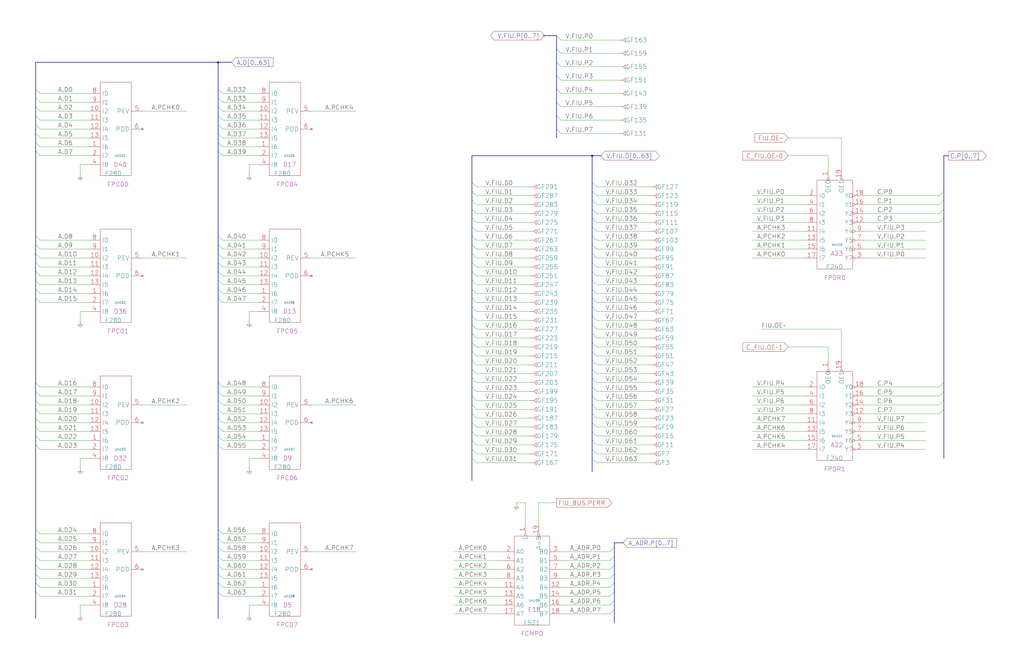
<source format=kicad_sch>
(kicad_sch (version 20250114) (generator "eeschema") (generator_version "9.0")
  (paper "User" 584.2 378.46)
  (title_block (title "FIU DRIVER AND RECEIVER\\nPARITY") (date "22-MAR-90") (rev "1.0") (comment 1 "VALUE") (comment 2 "232-003063") (comment 3 "S400") (comment 4 "RELEASED"))
  (junction (at 337.82 88.9))
  (junction (at 124.46 35.56))
  (no_connect (at 81.28 325.12))
  (no_connect (at 81.28 241.3))
  (no_connect (at 177.8 157.48))
  (no_connect (at 81.28 157.48))
  (no_connect (at 177.8 241.3))
  (no_connect (at 177.8 73.66))
  (no_connect (at 177.8 325.12))
  (no_connect (at 81.28 73.66))
  (bus_entry (at 124.46 160.02) (size 2.54 2.54))
  (bus_entry (at 20.32 71.12) (size 2.54 2.54))
  (bus_entry (at 337.82 231.14) (size 2.54 2.54))
  (bus_entry (at 337.82 175.26) (size 2.54 2.54))
  (bus_entry (at 350.52 327.66) (size -2.54 2.54))
  (bus_entry (at 20.32 154.94) (size 2.54 2.54))
  (bus_entry (at 124.46 218.44) (size 2.54 2.54))
  (bus_entry (at 337.82 109.22) (size 2.54 2.54))
  (bus_entry (at 20.32 327.66) (size 2.54 2.54))
  (bus_entry (at 317.5 58.42) (size 2.54 2.54))
  (bus_entry (at 317.5 27.94) (size 2.54 2.54))
  (bus_entry (at 20.32 254) (size 2.54 2.54))
  (bus_entry (at 124.46 76.2) (size 2.54 2.54))
  (bus_entry (at 350.52 332.74) (size -2.54 2.54))
  (bus_entry (at 337.82 170.18) (size 2.54 2.54))
  (bus_entry (at 124.46 228.6) (size 2.54 2.54))
  (bus_entry (at 20.32 223.52) (size 2.54 2.54))
  (bus_entry (at 124.46 170.18) (size 2.54 2.54))
  (bus_entry (at 337.82 114.3) (size 2.54 2.54))
  (bus_entry (at 269.24 256.54) (size 2.54 2.54))
  (bus_entry (at 269.24 195.58) (size 2.54 2.54))
  (bus_entry (at 269.24 215.9) (size 2.54 2.54))
  (bus_entry (at 124.46 81.28) (size 2.54 2.54))
  (bus_entry (at 20.32 322.58) (size 2.54 2.54))
  (bus_entry (at 337.82 236.22) (size 2.54 2.54))
  (bus_entry (at 269.24 104.14) (size 2.54 2.54))
  (bus_entry (at 350.52 317.5) (size -2.54 2.54))
  (bus_entry (at 20.32 337.82) (size 2.54 2.54))
  (bus_entry (at 20.32 228.6) (size 2.54 2.54))
  (bus_entry (at 20.32 144.78) (size 2.54 2.54))
  (bus_entry (at 124.46 154.94) (size 2.54 2.54))
  (bus_entry (at 20.32 238.76) (size 2.54 2.54))
  (bus_entry (at 269.24 190.5) (size 2.54 2.54))
  (bus_entry (at 337.82 190.5) (size 2.54 2.54))
  (bus_entry (at 124.46 243.84) (size 2.54 2.54))
  (bus_entry (at 20.32 50.8) (size 2.54 2.54))
  (bus_entry (at 124.46 223.52) (size 2.54 2.54))
  (bus_entry (at 124.46 233.68) (size 2.54 2.54))
  (bus_entry (at 337.82 154.94) (size 2.54 2.54))
  (bus_entry (at 124.46 332.74) (size 2.54 2.54))
  (bus_entry (at 20.32 218.44) (size 2.54 2.54))
  (bus_entry (at 337.82 251.46) (size 2.54 2.54))
  (bus_entry (at 20.32 248.92) (size 2.54 2.54))
  (bus_entry (at 20.32 317.5) (size 2.54 2.54))
  (bus_entry (at 269.24 124.46) (size 2.54 2.54))
  (bus_entry (at 124.46 307.34) (size 2.54 2.54))
  (bus_entry (at 124.46 144.78) (size 2.54 2.54))
  (bus_entry (at 124.46 254) (size 2.54 2.54))
  (bus_entry (at 124.46 302.26) (size 2.54 2.54))
  (bus_entry (at 337.82 261.62) (size 2.54 2.54))
  (bus_entry (at 269.24 185.42) (size 2.54 2.54))
  (bus_entry (at 124.46 312.42) (size 2.54 2.54))
  (bus_entry (at 538.48 119.38) (size -2.54 2.54))
  (bus_entry (at 337.82 124.46) (size 2.54 2.54))
  (bus_entry (at 337.82 119.38) (size 2.54 2.54))
  (bus_entry (at 269.24 154.94) (size 2.54 2.54))
  (bus_entry (at 269.24 241.3) (size 2.54 2.54))
  (bus_entry (at 124.46 60.96) (size 2.54 2.54))
  (bus_entry (at 337.82 129.54) (size 2.54 2.54))
  (bus_entry (at 124.46 165.1) (size 2.54 2.54))
  (bus_entry (at 20.32 160.02) (size 2.54 2.54))
  (bus_entry (at 269.24 114.3) (size 2.54 2.54))
  (bus_entry (at 20.32 243.84) (size 2.54 2.54))
  (bus_entry (at 124.46 337.82) (size 2.54 2.54))
  (bus_entry (at 20.32 170.18) (size 2.54 2.54))
  (bus_entry (at 269.24 119.38) (size 2.54 2.54))
  (bus_entry (at 337.82 144.78) (size 2.54 2.54))
  (bus_entry (at 538.48 218.44) (size -2.54 2.54))
  (bus_entry (at 317.5 35.56) (size 2.54 2.54))
  (bus_entry (at 269.24 200.66) (size 2.54 2.54))
  (bus_entry (at 20.32 332.74) (size 2.54 2.54))
  (bus_entry (at 538.48 233.68) (size -2.54 2.54))
  (bus_entry (at 124.46 238.76) (size 2.54 2.54))
  (bus_entry (at 337.82 246.38) (size 2.54 2.54))
  (bus_entry (at 350.52 312.42) (size -2.54 2.54))
  (bus_entry (at 269.24 144.78) (size 2.54 2.54))
  (bus_entry (at 350.52 342.9) (size -2.54 2.54))
  (bus_entry (at 124.46 322.58) (size 2.54 2.54))
  (bus_entry (at 269.24 210.82) (size 2.54 2.54))
  (bus_entry (at 20.32 139.7) (size 2.54 2.54))
  (bus_entry (at 337.82 180.34) (size 2.54 2.54))
  (bus_entry (at 269.24 129.54) (size 2.54 2.54))
  (bus_entry (at 269.24 149.86) (size 2.54 2.54))
  (bus_entry (at 20.32 81.28) (size 2.54 2.54))
  (bus_entry (at 350.52 347.98) (size -2.54 2.54))
  (bus_entry (at 337.82 134.62) (size 2.54 2.54))
  (bus_entry (at 269.24 180.34) (size 2.54 2.54))
  (bus_entry (at 337.82 205.74) (size 2.54 2.54))
  (bus_entry (at 337.82 226.06) (size 2.54 2.54))
  (bus_entry (at 124.46 50.8) (size 2.54 2.54))
  (bus_entry (at 20.32 134.62) (size 2.54 2.54))
  (bus_entry (at 20.32 165.1) (size 2.54 2.54))
  (bus_entry (at 20.32 60.96) (size 2.54 2.54))
  (bus_entry (at 269.24 261.62) (size 2.54 2.54))
  (bus_entry (at 20.32 233.68) (size 2.54 2.54))
  (bus_entry (at 124.46 139.7) (size 2.54 2.54))
  (bus_entry (at 538.48 114.3) (size -2.54 2.54))
  (bus_entry (at 269.24 160.02) (size 2.54 2.54))
  (bus_entry (at 20.32 307.34) (size 2.54 2.54))
  (bus_entry (at 337.82 215.9) (size 2.54 2.54))
  (bus_entry (at 269.24 236.22) (size 2.54 2.54))
  (bus_entry (at 124.46 248.92) (size 2.54 2.54))
  (bus_entry (at 317.5 50.8) (size 2.54 2.54))
  (bus_entry (at 124.46 327.66) (size 2.54 2.54))
  (bus_entry (at 269.24 231.14) (size 2.54 2.54))
  (bus_entry (at 269.24 175.26) (size 2.54 2.54))
  (bus_entry (at 538.48 109.22) (size -2.54 2.54))
  (bus_entry (at 124.46 71.12) (size 2.54 2.54))
  (bus_entry (at 20.32 312.42) (size 2.54 2.54))
  (bus_entry (at 337.82 210.82) (size 2.54 2.54))
  (bus_entry (at 317.5 73.66) (size 2.54 2.54))
  (bus_entry (at 269.24 246.38) (size 2.54 2.54))
  (bus_entry (at 269.24 205.74) (size 2.54 2.54))
  (bus_entry (at 337.82 165.1) (size 2.54 2.54))
  (bus_entry (at 350.52 322.58) (size -2.54 2.54))
  (bus_entry (at 20.32 86.36) (size 2.54 2.54))
  (bus_entry (at 337.82 149.86) (size 2.54 2.54))
  (bus_entry (at 269.24 226.06) (size 2.54 2.54))
  (bus_entry (at 124.46 86.36) (size 2.54 2.54))
  (bus_entry (at 317.5 43.18) (size 2.54 2.54))
  (bus_entry (at 538.48 228.6) (size -2.54 2.54))
  (bus_entry (at 20.32 302.26) (size 2.54 2.54))
  (bus_entry (at 124.46 149.86) (size 2.54 2.54))
  (bus_entry (at 20.32 66.04) (size 2.54 2.54))
  (bus_entry (at 337.82 104.14) (size 2.54 2.54))
  (bus_entry (at 20.32 55.88) (size 2.54 2.54))
  (bus_entry (at 269.24 251.46) (size 2.54 2.54))
  (bus_entry (at 350.52 337.82) (size -2.54 2.54))
  (bus_entry (at 337.82 195.58) (size 2.54 2.54))
  (bus_entry (at 20.32 149.86) (size 2.54 2.54))
  (bus_entry (at 269.24 109.22) (size 2.54 2.54))
  (bus_entry (at 269.24 165.1) (size 2.54 2.54))
  (bus_entry (at 317.5 20.32) (size 2.54 2.54))
  (bus_entry (at 269.24 139.7) (size 2.54 2.54))
  (bus_entry (at 337.82 220.98) (size 2.54 2.54))
  (bus_entry (at 124.46 66.04) (size 2.54 2.54))
  (bus_entry (at 124.46 55.88) (size 2.54 2.54))
  (bus_entry (at 538.48 223.52) (size -2.54 2.54))
  (bus_entry (at 269.24 134.62) (size 2.54 2.54))
  (bus_entry (at 337.82 256.54) (size 2.54 2.54))
  (bus_entry (at 124.46 317.5) (size 2.54 2.54))
  (bus_entry (at 337.82 139.7) (size 2.54 2.54))
  (bus_entry (at 337.82 185.42) (size 2.54 2.54))
  (bus_entry (at 269.24 220.98) (size 2.54 2.54))
  (bus_entry (at 538.48 124.46) (size -2.54 2.54))
  (bus_entry (at 337.82 241.3) (size 2.54 2.54))
  (bus_entry (at 124.46 134.62) (size 2.54 2.54))
  (bus_entry (at 317.5 66.04) (size 2.54 2.54))
  (bus_entry (at 337.82 200.66) (size 2.54 2.54))
  (bus_entry (at 269.24 170.18) (size 2.54 2.54))
  (bus_entry (at 337.82 160.02) (size 2.54 2.54))
  (bus_entry (at 20.32 76.2) (size 2.54 2.54))
  (wire (pts (xy 340.36 254) (xy 370.84 254)))
  (wire (pts (xy 259.08 325.12) (xy 287.02 325.12)))
  (wire (pts (xy 340.36 137.16) (xy 370.84 137.16)))
  (bus (pts (xy 337.82 246.38) (xy 337.82 251.46)))
  (bus (pts (xy 337.82 236.22) (xy 337.82 241.3)))
  (bus (pts (xy 337.82 241.3) (xy 337.82 246.38)))
  (bus (pts (xy 124.46 149.86) (xy 124.46 154.94)))
  (bus (pts (xy 20.32 71.12) (xy 20.32 76.2)))
  (wire (pts (xy 147.32 261.62) (xy 142.24 261.62)))
  (wire (pts (xy 142.24 93.98) (xy 142.24 99.06)))
  (bus (pts (xy 20.32 50.8) (xy 20.32 55.88)))
  (wire (pts (xy 271.78 254) (xy 302.26 254)))
  (wire (pts (xy 271.78 208.28) (xy 302.26 208.28)))
  (bus (pts (xy 337.82 160.02) (xy 337.82 165.1)))
  (bus (pts (xy 124.46 160.02) (xy 124.46 165.1)))
  (bus (pts (xy 337.82 109.22) (xy 337.82 114.3)))
  (wire (pts (xy 429.26 241.3) (xy 459.74 241.3)))
  (bus (pts (xy 124.46 233.68) (xy 124.46 238.76)))
  (bus (pts (xy 124.46 66.04) (xy 124.46 71.12)))
  (wire (pts (xy 271.78 162.56) (xy 302.26 162.56)))
  (wire (pts (xy 271.78 193.04) (xy 302.26 193.04)))
  (wire (pts (xy 22.86 137.16) (xy 50.8 137.16)))
  (bus (pts (xy 337.82 88.9) (xy 337.82 104.14)))
  (bus (pts (xy 20.32 317.5) (xy 20.32 322.58)))
  (wire (pts (xy 492.76 246.38) (xy 528.32 246.38)))
  (wire (pts (xy 259.08 314.96) (xy 287.02 314.96)))
  (bus (pts (xy 124.46 71.12) (xy 124.46 76.2)))
  (wire (pts (xy 22.86 256.54) (xy 50.8 256.54)))
  (wire (pts (xy 340.36 152.4) (xy 370.84 152.4)))
  (bus (pts (xy 124.46 139.7) (xy 124.46 144.78)))
  (wire (pts (xy 340.36 193.04) (xy 370.84 193.04)))
  (bus (pts (xy 269.24 175.26) (xy 269.24 180.34)))
  (wire (pts (xy 22.86 53.34) (xy 50.8 53.34)))
  (wire (pts (xy 320.04 22.86) (xy 353.06 22.86)))
  (bus (pts (xy 269.24 154.94) (xy 269.24 160.02)))
  (bus (pts (xy 317.5 35.56) (xy 317.5 43.18)))
  (bus (pts (xy 269.24 231.14) (xy 269.24 236.22)))
  (wire (pts (xy 449.58 78.74) (xy 480.06 78.74)))
  (bus (pts (xy 337.82 144.78) (xy 337.82 149.86)))
  (bus (pts (xy 538.48 119.38) (xy 538.48 124.46)))
  (bus (pts (xy 269.24 134.62) (xy 269.24 139.7)))
  (bus (pts (xy 269.24 220.98) (xy 269.24 226.06)))
  (wire (pts (xy 340.36 228.6) (xy 370.84 228.6)))
  (bus (pts (xy 337.82 129.54) (xy 337.82 134.62)))
  (wire (pts (xy 22.86 152.4) (xy 50.8 152.4)))
  (wire (pts (xy 429.26 127) (xy 459.74 127)))
  (wire (pts (xy 22.86 241.3) (xy 50.8 241.3)))
  (bus (pts (xy 337.82 165.1) (xy 337.82 170.18)))
  (bus (pts (xy 350.52 327.66) (xy 350.52 332.74)))
  (wire (pts (xy 259.08 340.36) (xy 287.02 340.36)))
  (wire (pts (xy 492.76 127) (xy 535.94 127)))
  (wire (pts (xy 127 314.96) (xy 147.32 314.96)))
  (wire (pts (xy 177.8 314.96) (xy 203.2 314.96)))
  (bus (pts (xy 350.52 337.82) (xy 350.52 342.9)))
  (bus (pts (xy 124.46 154.94) (xy 124.46 160.02)))
  (wire (pts (xy 271.78 157.48) (xy 302.26 157.48)))
  (bus (pts (xy 20.32 81.28) (xy 20.32 86.36)))
  (bus (pts (xy 124.46 317.5) (xy 124.46 322.58)))
  (bus (pts (xy 337.82 124.46) (xy 337.82 129.54)))
  (bus (pts (xy 124.46 35.56) (xy 132.08 35.56)))
  (bus (pts (xy 124.46 134.62) (xy 124.46 139.7)))
  (bus (pts (xy 20.32 165.1) (xy 20.32 170.18)))
  (wire (pts (xy 127 73.66) (xy 147.32 73.66)))
  (wire (pts (xy 492.76 251.46) (xy 528.32 251.46)))
  (wire (pts (xy 259.08 345.44) (xy 287.02 345.44)))
  (bus (pts (xy 124.46 170.18) (xy 124.46 218.44)))
  (wire (pts (xy 340.36 259.08) (xy 370.84 259.08)))
  (wire (pts (xy 449.58 198.12) (xy 472.44 198.12)))
  (bus (pts (xy 269.24 144.78) (xy 269.24 149.86)))
  (bus (pts (xy 20.32 218.44) (xy 20.32 223.52)))
  (bus (pts (xy 269.24 160.02) (xy 269.24 165.1)))
  (bus (pts (xy 350.52 332.74) (xy 350.52 337.82)))
  (bus (pts (xy 124.46 302.26) (xy 124.46 307.34)))
  (wire (pts (xy 81.28 63.5) (xy 106.68 63.5)))
  (wire (pts (xy 340.36 142.24) (xy 370.84 142.24)))
  (wire (pts (xy 259.08 350.52) (xy 287.02 350.52)))
  (bus (pts (xy 337.82 139.7) (xy 337.82 144.78)))
  (bus (pts (xy 538.48 228.6) (xy 538.48 233.68)))
  (wire (pts (xy 271.78 177.8) (xy 302.26 177.8)))
  (wire (pts (xy 449.58 88.9) (xy 472.44 88.9)))
  (wire (pts (xy 127 340.36) (xy 147.32 340.36)))
  (wire (pts (xy 127 330.2) (xy 147.32 330.2)))
  (wire (pts (xy 127 88.9) (xy 147.32 88.9)))
  (bus (pts (xy 124.46 218.44) (xy 124.46 223.52)))
  (wire (pts (xy 259.08 320.04) (xy 287.02 320.04)))
  (bus (pts (xy 20.32 332.74) (xy 20.32 337.82)))
  (wire (pts (xy 340.36 264.16) (xy 370.84 264.16)))
  (bus (pts (xy 337.82 119.38) (xy 337.82 124.46)))
  (bus (pts (xy 269.24 180.34) (xy 269.24 185.42)))
  (wire (pts (xy 429.26 121.92) (xy 459.74 121.92)))
  (bus (pts (xy 20.32 302.26) (xy 20.32 307.34)))
  (wire (pts (xy 50.8 345.44) (xy 45.72 345.44)))
  (bus (pts (xy 269.24 261.62) (xy 269.24 274.32)))
  (wire (pts (xy 127 58.42) (xy 147.32 58.42)))
  (bus (pts (xy 269.24 226.06) (xy 269.24 231.14)))
  (wire (pts (xy 271.78 111.76) (xy 302.26 111.76)))
  (bus (pts (xy 337.82 185.42) (xy 337.82 190.5)))
  (bus (pts (xy 538.48 109.22) (xy 538.48 114.3)))
  (bus (pts (xy 124.46 322.58) (xy 124.46 327.66)))
  (wire (pts (xy 320.04 45.72) (xy 353.06 45.72)))
  (bus (pts (xy 20.32 55.88) (xy 20.32 60.96)))
  (wire (pts (xy 271.78 198.12) (xy 302.26 198.12)))
  (bus (pts (xy 20.32 307.34) (xy 20.32 312.42)))
  (wire (pts (xy 271.78 228.6) (xy 302.26 228.6)))
  (wire (pts (xy 50.8 93.98) (xy 45.72 93.98)))
  (bus (pts (xy 350.52 322.58) (xy 350.52 327.66)))
  (wire (pts (xy 22.86 314.96) (xy 50.8 314.96)))
  (wire (pts (xy 22.86 142.24) (xy 50.8 142.24)))
  (wire (pts (xy 271.78 203.2) (xy 302.26 203.2)))
  (wire (pts (xy 320.04 340.36) (xy 347.98 340.36)))
  (wire (pts (xy 22.86 147.32) (xy 50.8 147.32)))
  (wire (pts (xy 429.26 147.32) (xy 459.74 147.32)))
  (bus (pts (xy 269.24 104.14) (xy 269.24 109.22)))
  (wire (pts (xy 127 320.04) (xy 147.32 320.04)))
  (wire (pts (xy 429.26 226.06) (xy 459.74 226.06)))
  (bus (pts (xy 269.24 119.38) (xy 269.24 124.46)))
  (wire (pts (xy 320.04 68.58) (xy 353.06 68.58)))
  (bus (pts (xy 20.32 254) (xy 20.32 302.26)))
  (bus (pts (xy 124.46 238.76) (xy 124.46 243.84)))
  (wire (pts (xy 127 83.82) (xy 147.32 83.82)))
  (bus (pts (xy 20.32 327.66) (xy 20.32 332.74)))
  (bus (pts (xy 350.52 309.88) (xy 355.6 309.88)))
  (wire (pts (xy 492.76 231.14) (xy 535.94 231.14)))
  (wire (pts (xy 259.08 330.2) (xy 287.02 330.2)))
  (bus (pts (xy 20.32 233.68) (xy 20.32 238.76)))
  (wire (pts (xy 320.04 38.1) (xy 353.06 38.1)))
  (wire (pts (xy 127 172.72) (xy 147.32 172.72)))
  (bus (pts (xy 337.82 114.3) (xy 337.82 119.38)))
  (bus (pts (xy 269.24 139.7) (xy 269.24 144.78)))
  (bus (pts (xy 269.24 124.46) (xy 269.24 129.54)))
  (wire (pts (xy 22.86 73.66) (xy 50.8 73.66)))
  (bus (pts (xy 337.82 195.58) (xy 337.82 200.66)))
  (bus (pts (xy 20.32 170.18) (xy 20.32 218.44)))
  (bus (pts (xy 337.82 256.54) (xy 337.82 261.62)))
  (bus (pts (xy 538.48 218.44) (xy 538.48 223.52)))
  (wire (pts (xy 492.76 132.08) (xy 528.32 132.08)))
  (wire (pts (xy 429.26 111.76) (xy 459.74 111.76)))
  (bus (pts (xy 350.52 312.42) (xy 350.52 317.5)))
  (wire (pts (xy 480.06 187.96) (xy 480.06 205.74)))
  (bus (pts (xy 538.48 233.68) (xy 538.48 261.62)))
  (bus (pts (xy 337.82 210.82) (xy 337.82 215.9)))
  (wire (pts (xy 492.76 121.92) (xy 535.94 121.92)))
  (wire (pts (xy 480.06 78.74) (xy 480.06 96.52)))
  (wire (pts (xy 317.5 287.02) (xy 307.34 287.02)))
  (wire (pts (xy 320.04 330.2) (xy 347.98 330.2)))
  (bus (pts (xy 269.24 114.3) (xy 269.24 119.38)))
  (wire (pts (xy 429.26 137.16) (xy 459.74 137.16)))
  (wire (pts (xy 22.86 236.22) (xy 50.8 236.22)))
  (wire (pts (xy 22.86 88.9) (xy 50.8 88.9)))
  (wire (pts (xy 320.04 60.96) (xy 353.06 60.96)))
  (wire (pts (xy 22.86 58.42) (xy 50.8 58.42)))
  (bus (pts (xy 317.5 27.94) (xy 317.5 35.56)))
  (wire (pts (xy 320.04 30.48) (xy 353.06 30.48)))
  (wire (pts (xy 127 152.4) (xy 147.32 152.4)))
  (bus (pts (xy 269.24 251.46) (xy 269.24 256.54)))
  (wire (pts (xy 22.86 304.8) (xy 50.8 304.8)))
  (bus (pts (xy 20.32 337.82) (xy 20.32 353.06)))
  (bus (pts (xy 350.52 309.88) (xy 350.52 312.42)))
  (wire (pts (xy 271.78 223.52) (xy 302.26 223.52)))
  (wire (pts (xy 142.24 261.62) (xy 142.24 266.7)))
  (bus (pts (xy 317.5 43.18) (xy 317.5 50.8)))
  (bus (pts (xy 20.32 139.7) (xy 20.32 144.78)))
  (wire (pts (xy 320.04 53.34) (xy 353.06 53.34)))
  (bus (pts (xy 337.82 149.86) (xy 337.82 154.94)))
  (wire (pts (xy 271.78 213.36) (xy 302.26 213.36)))
  (wire (pts (xy 22.86 335.28) (xy 50.8 335.28)))
  (wire (pts (xy 22.86 325.12) (xy 50.8 325.12)))
  (wire (pts (xy 127 335.28) (xy 147.32 335.28)))
  (bus (pts (xy 337.82 200.66) (xy 337.82 205.74)))
  (bus (pts (xy 317.5 58.42) (xy 317.5 66.04)))
  (wire (pts (xy 22.86 320.04) (xy 50.8 320.04)))
  (bus (pts (xy 20.32 86.36) (xy 20.32 134.62)))
  (wire (pts (xy 127 53.34) (xy 147.32 53.34)))
  (wire (pts (xy 340.36 198.12) (xy 370.84 198.12)))
  (wire (pts (xy 492.76 236.22) (xy 535.94 236.22)))
  (wire (pts (xy 492.76 256.54) (xy 528.32 256.54)))
  (bus (pts (xy 317.5 20.32) (xy 317.5 27.94)))
  (wire (pts (xy 45.72 345.44) (xy 45.72 350.52)))
  (wire (pts (xy 127 246.38) (xy 147.32 246.38)))
  (bus (pts (xy 337.82 226.06) (xy 337.82 231.14)))
  (wire (pts (xy 492.76 147.32) (xy 528.32 147.32)))
  (wire (pts (xy 271.78 238.76) (xy 302.26 238.76)))
  (wire (pts (xy 22.86 63.5) (xy 50.8 63.5)))
  (wire (pts (xy 271.78 116.84) (xy 302.26 116.84)))
  (wire (pts (xy 22.86 157.48) (xy 50.8 157.48)))
  (wire (pts (xy 340.36 243.84) (xy 370.84 243.84)))
  (bus (pts (xy 269.24 210.82) (xy 269.24 215.9)))
  (bus (pts (xy 337.82 215.9) (xy 337.82 220.98)))
  (wire (pts (xy 340.36 177.8) (xy 370.84 177.8)))
  (bus (pts (xy 124.46 228.6) (xy 124.46 233.68)))
  (bus (pts (xy 269.24 129.54) (xy 269.24 134.62)))
  (wire (pts (xy 177.8 231.14) (xy 203.2 231.14)))
  (wire (pts (xy 127 162.56) (xy 147.32 162.56)))
  (bus (pts (xy 269.24 241.3) (xy 269.24 246.38)))
  (wire (pts (xy 492.76 137.16) (xy 528.32 137.16)))
  (bus (pts (xy 20.32 238.76) (xy 20.32 243.84)))
  (bus (pts (xy 124.46 165.1) (xy 124.46 170.18)))
  (bus (pts (xy 269.24 88.9) (xy 269.24 104.14)))
  (wire (pts (xy 492.76 226.06) (xy 535.94 226.06)))
  (bus (pts (xy 269.24 236.22) (xy 269.24 241.3)))
  (bus (pts (xy 124.46 76.2) (xy 124.46 81.28)))
  (wire (pts (xy 429.26 246.38) (xy 459.74 246.38)))
  (wire (pts (xy 271.78 243.84) (xy 302.26 243.84)))
  (wire (pts (xy 22.86 231.14) (xy 50.8 231.14)))
  (wire (pts (xy 127 231.14) (xy 147.32 231.14)))
  (wire (pts (xy 142.24 345.44) (xy 142.24 350.52)))
  (bus (pts (xy 337.82 134.62) (xy 337.82 139.7)))
  (wire (pts (xy 127 241.3) (xy 147.32 241.3)))
  (wire (pts (xy 492.76 111.76) (xy 535.94 111.76)))
  (wire (pts (xy 320.04 345.44) (xy 347.98 345.44)))
  (bus (pts (xy 20.32 160.02) (xy 20.32 165.1)))
  (bus (pts (xy 309.88 20.32) (xy 317.5 20.32)))
  (bus (pts (xy 124.46 337.82) (xy 124.46 353.06)))
  (wire (pts (xy 271.78 187.96) (xy 302.26 187.96)))
  (bus (pts (xy 337.82 190.5) (xy 337.82 195.58)))
  (wire (pts (xy 271.78 182.88) (xy 302.26 182.88)))
  (wire (pts (xy 271.78 132.08) (xy 302.26 132.08)))
  (wire (pts (xy 147.32 345.44) (xy 142.24 345.44)))
  (bus (pts (xy 124.46 144.78) (xy 124.46 149.86)))
  (wire (pts (xy 340.36 132.08) (xy 370.84 132.08)))
  (wire (pts (xy 271.78 248.92) (xy 302.26 248.92)))
  (bus (pts (xy 20.32 322.58) (xy 20.32 327.66)))
  (bus (pts (xy 124.46 223.52) (xy 124.46 228.6)))
  (wire (pts (xy 22.86 330.2) (xy 50.8 330.2)))
  (wire (pts (xy 127 142.24) (xy 147.32 142.24)))
  (bus (pts (xy 350.52 317.5) (xy 350.52 322.58)))
  (wire (pts (xy 340.36 157.48) (xy 370.84 157.48)))
  (wire (pts (xy 22.86 83.82) (xy 50.8 83.82)))
  (wire (pts (xy 340.36 223.52) (xy 370.84 223.52)))
  (wire (pts (xy 127 256.54) (xy 147.32 256.54)))
  (bus (pts (xy 20.32 154.94) (xy 20.32 160.02)))
  (wire (pts (xy 340.36 187.96) (xy 370.84 187.96)))
  (wire (pts (xy 177.8 63.5) (xy 203.2 63.5)))
  (wire (pts (xy 22.86 251.46) (xy 50.8 251.46)))
  (bus (pts (xy 269.24 165.1) (xy 269.24 170.18)))
  (wire (pts (xy 271.78 137.16) (xy 302.26 137.16)))
  (wire (pts (xy 320.04 314.96) (xy 347.98 314.96)))
  (wire (pts (xy 340.36 182.88) (xy 370.84 182.88)))
  (wire (pts (xy 81.28 147.32) (xy 106.68 147.32)))
  (wire (pts (xy 429.26 256.54) (xy 459.74 256.54)))
  (wire (pts (xy 81.28 314.96) (xy 106.68 314.96)))
  (wire (pts (xy 127 68.58) (xy 147.32 68.58)))
  (wire (pts (xy 22.86 226.06) (xy 50.8 226.06)))
  (wire (pts (xy 22.86 162.56) (xy 50.8 162.56)))
  (wire (pts (xy 50.8 177.8) (xy 45.72 177.8)))
  (wire (pts (xy 340.36 238.76) (xy 370.84 238.76)))
  (wire (pts (xy 127 78.74) (xy 147.32 78.74)))
  (wire (pts (xy 472.44 198.12) (xy 472.44 205.74)))
  (wire (pts (xy 22.86 78.74) (xy 50.8 78.74)))
  (wire (pts (xy 127 63.5) (xy 147.32 63.5)))
  (bus (pts (xy 124.46 248.92) (xy 124.46 254)))
  (wire (pts (xy 320.04 320.04) (xy 347.98 320.04)))
  (bus (pts (xy 337.82 205.74) (xy 337.82 210.82)))
  (wire (pts (xy 22.86 68.58) (xy 50.8 68.58)))
  (wire (pts (xy 127 304.8) (xy 147.32 304.8)))
  (wire (pts (xy 299.72 287.02) (xy 299.72 299.72)))
  (wire (pts (xy 492.76 220.98) (xy 535.94 220.98)))
  (wire (pts (xy 127 236.22) (xy 147.32 236.22)))
  (wire (pts (xy 22.86 172.72) (xy 50.8 172.72)))
  (wire (pts (xy 50.8 261.62) (xy 45.72 261.62)))
  (bus (pts (xy 124.46 55.88) (xy 124.46 60.96)))
  (wire (pts (xy 340.36 172.72) (xy 370.84 172.72)))
  (wire (pts (xy 307.34 287.02) (xy 307.34 299.72)))
  (wire (pts (xy 340.36 218.44) (xy 370.84 218.44)))
  (wire (pts (xy 127 226.06) (xy 147.32 226.06)))
  (wire (pts (xy 45.72 177.8) (xy 45.72 182.88)))
  (bus (pts (xy 337.82 104.14) (xy 337.82 109.22)))
  (bus (pts (xy 337.82 154.94) (xy 337.82 160.02)))
  (bus (pts (xy 20.32 60.96) (xy 20.32 66.04)))
  (wire (pts (xy 340.36 116.84) (xy 370.84 116.84)))
  (wire (pts (xy 81.28 231.14) (xy 106.68 231.14)))
  (wire (pts (xy 271.78 147.32) (xy 302.26 147.32)))
  (bus (pts (xy 317.5 50.8) (xy 317.5 58.42)))
  (bus (pts (xy 317.5 73.66) (xy 317.5 78.74)))
  (wire (pts (xy 127 309.88) (xy 147.32 309.88)))
  (wire (pts (xy 127 147.32) (xy 147.32 147.32)))
  (bus (pts (xy 337.82 220.98) (xy 337.82 226.06)))
  (wire (pts (xy 22.86 246.38) (xy 50.8 246.38)))
  (wire (pts (xy 320.04 325.12) (xy 347.98 325.12)))
  (wire (pts (xy 340.36 213.36) (xy 370.84 213.36)))
  (bus (pts (xy 337.82 175.26) (xy 337.82 180.34)))
  (wire (pts (xy 429.26 116.84) (xy 459.74 116.84)))
  (bus (pts (xy 124.46 86.36) (xy 124.46 134.62)))
  (wire (pts (xy 320.04 76.2) (xy 353.06 76.2)))
  (bus (pts (xy 20.32 228.6) (xy 20.32 233.68)))
  (bus (pts (xy 124.46 332.74) (xy 124.46 337.82)))
  (wire (pts (xy 259.08 335.28) (xy 287.02 335.28)))
  (wire (pts (xy 340.36 208.28) (xy 370.84 208.28)))
  (wire (pts (xy 340.36 121.92) (xy 370.84 121.92)))
  (bus (pts (xy 124.46 81.28) (xy 124.46 86.36)))
  (wire (pts (xy 429.26 142.24) (xy 459.74 142.24)))
  (bus (pts (xy 337.82 231.14) (xy 337.82 236.22)))
  (wire (pts (xy 492.76 116.84) (xy 535.94 116.84)))
  (wire (pts (xy 271.78 142.24) (xy 302.26 142.24)))
  (bus (pts (xy 124.46 50.8) (xy 124.46 55.88)))
  (bus (pts (xy 350.52 347.98) (xy 350.52 355.6)))
  (bus (pts (xy 538.48 114.3) (xy 538.48 119.38)))
  (bus (pts (xy 337.82 261.62) (xy 337.82 269.24)))
  (wire (pts (xy 127 167.64) (xy 147.32 167.64)))
  (bus (pts (xy 538.48 88.9) (xy 538.48 109.22)))
  (wire (pts (xy 271.78 264.16) (xy 302.26 264.16)))
  (bus (pts (xy 269.24 185.42) (xy 269.24 190.5)))
  (wire (pts (xy 340.36 106.68) (xy 370.84 106.68)))
  (bus (pts (xy 269.24 170.18) (xy 269.24 175.26)))
  (bus (pts (xy 317.5 66.04) (xy 317.5 73.66)))
  (bus (pts (xy 538.48 124.46) (xy 538.48 218.44)))
  (bus (pts (xy 20.32 66.04) (xy 20.32 71.12)))
  (bus (pts (xy 20.32 134.62) (xy 20.32 139.7)))
  (bus (pts (xy 337.82 88.9) (xy 342.9 88.9)))
  (wire (pts (xy 45.72 93.98) (xy 45.72 99.06)))
  (wire (pts (xy 320.04 335.28) (xy 347.98 335.28)))
  (wire (pts (xy 271.78 218.44) (xy 302.26 218.44)))
  (bus (pts (xy 124.46 312.42) (xy 124.46 317.5)))
  (wire (pts (xy 472.44 88.9) (xy 472.44 96.52)))
  (wire (pts (xy 22.86 167.64) (xy 50.8 167.64)))
  (wire (pts (xy 127 137.16) (xy 147.32 137.16)))
  (bus (pts (xy 269.24 149.86) (xy 269.24 154.94)))
  (wire (pts (xy 147.32 177.8) (xy 142.24 177.8)))
  (wire (pts (xy 22.86 340.36) (xy 50.8 340.36)))
  (wire (pts (xy 271.78 172.72) (xy 302.26 172.72)))
  (wire (pts (xy 127 251.46) (xy 147.32 251.46)))
  (bus (pts (xy 269.24 88.9) (xy 337.82 88.9)))
  (wire (pts (xy 271.78 152.4) (xy 302.26 152.4)))
  (wire (pts (xy 271.78 233.68) (xy 302.26 233.68)))
  (wire (pts (xy 127 325.12) (xy 147.32 325.12)))
  (bus (pts (xy 337.82 180.34) (xy 337.82 185.42)))
  (bus (pts (xy 337.82 170.18) (xy 337.82 175.26)))
  (bus (pts (xy 269.24 190.5) (xy 269.24 195.58)))
  (wire (pts (xy 340.36 233.68) (xy 370.84 233.68)))
  (wire (pts (xy 434.34 187.96) (xy 480.06 187.96)))
  (bus (pts (xy 269.24 200.66) (xy 269.24 205.74)))
  (bus (pts (xy 538.48 88.9) (xy 541.02 88.9)))
  (bus (pts (xy 124.46 35.56) (xy 124.46 50.8)))
  (wire (pts (xy 142.24 177.8) (xy 142.24 182.88)))
  (wire (pts (xy 271.78 167.64) (xy 302.26 167.64)))
  (wire (pts (xy 429.26 132.08) (xy 459.74 132.08)))
  (wire (pts (xy 340.36 127) (xy 370.84 127)))
  (bus (pts (xy 269.24 215.9) (xy 269.24 220.98)))
  (bus (pts (xy 124.46 60.96) (xy 124.46 66.04)))
  (bus (pts (xy 350.52 342.9) (xy 350.52 347.98)))
  (wire (pts (xy 177.8 147.32) (xy 203.2 147.32)))
  (bus (pts (xy 20.32 149.86) (xy 20.32 154.94)))
  (wire (pts (xy 127 220.98) (xy 147.32 220.98)))
  (wire (pts (xy 147.32 93.98) (xy 142.24 93.98)))
  (wire (pts (xy 320.04 350.52) (xy 347.98 350.52)))
  (bus (pts (xy 20.32 35.56) (xy 20.32 50.8)))
  (wire (pts (xy 340.36 167.64) (xy 370.84 167.64)))
  (bus (pts (xy 269.24 205.74) (xy 269.24 210.82)))
  (wire (pts (xy 492.76 142.24) (xy 528.32 142.24)))
  (wire (pts (xy 340.36 147.32) (xy 370.84 147.32)))
  (wire (pts (xy 429.26 251.46) (xy 459.74 251.46)))
  (bus (pts (xy 269.24 256.54) (xy 269.24 261.62)))
  (bus (pts (xy 20.32 243.84) (xy 20.32 248.92)))
  (wire (pts (xy 429.26 236.22) (xy 459.74 236.22)))
  (wire (pts (xy 271.78 259.08) (xy 302.26 259.08)))
  (bus (pts (xy 124.46 243.84) (xy 124.46 248.92)))
  (wire (pts (xy 340.36 248.92) (xy 370.84 248.92)))
  (wire (pts (xy 271.78 106.68) (xy 302.26 106.68)))
  (wire (pts (xy 271.78 127) (xy 302.26 127)))
  (wire (pts (xy 271.78 121.92) (xy 302.26 121.92)))
  (bus (pts (xy 124.46 254) (xy 124.46 302.26)))
  (wire (pts (xy 340.36 203.2) (xy 370.84 203.2)))
  (wire (pts (xy 429.26 231.14) (xy 459.74 231.14)))
  (bus (pts (xy 269.24 195.58) (xy 269.24 200.66)))
  (bus (pts (xy 20.32 223.52) (xy 20.32 228.6)))
  (bus (pts (xy 124.46 327.66) (xy 124.46 332.74)))
  (bus (pts (xy 20.32 76.2) (xy 20.32 81.28)))
  (wire (pts (xy 340.36 162.56) (xy 370.84 162.56)))
  (bus (pts (xy 20.32 35.56) (xy 124.46 35.56)))
  (wire (pts (xy 492.76 241.3) (xy 528.32 241.3)))
  (bus (pts (xy 20.32 312.42) (xy 20.32 317.5)))
  (bus (pts (xy 337.82 251.46) (xy 337.82 256.54)))
  (wire (pts (xy 127 157.48) (xy 147.32 157.48)))
  (wire (pts (xy 294.64 287.02) (xy 299.72 287.02)))
  (wire (pts (xy 22.86 220.98) (xy 50.8 220.98)))
  (bus (pts (xy 124.46 307.34) (xy 124.46 312.42)))
  (bus (pts (xy 269.24 109.22) (xy 269.24 114.3)))
  (wire (pts (xy 340.36 111.76) (xy 370.84 111.76)))
  (wire (pts (xy 22.86 309.88) (xy 50.8 309.88)))
  (wire (pts (xy 45.72 261.62) (xy 45.72 266.7)))
  (bus (pts (xy 20.32 248.92) (xy 20.32 254)))
  (bus (pts (xy 20.32 144.78) (xy 20.32 149.86)))
  (bus (pts (xy 269.24 246.38) (xy 269.24 251.46)))
  (bus (pts (xy 538.48 223.52) (xy 538.48 228.6)))
  (wire (pts (xy 429.26 220.98) (xy 459.74 220.98)))
  (label "A.PCHK3" (at 431.8 132.08 0) (effects (font (size 2.54 2.54))))
  (label "V.FIU.D16" (at 276.86 187.96 0) (effects (font (size 2.54 2.54))))
  (label "V.FIU.D51" (at 345.44 203.2 0) (effects (font (size 2.54 2.54))))
  (label "A.D14" (at 33.02 167.64 0) (effects (font (size 2.54 2.54))))
  (label "A.D20" (at 33.02 241.3 0) (effects (font (size 2.54 2.54))))
  (label "A_ADR.P1" (at 325.12 320.04 0) (effects (font (size 2.54 2.54))))
  (label "A.PCHK3" (at 86.36 314.96 0) (effects (font (size 2.54 2.54))))
  (label "V.FIU.D33" (at 345.44 111.76 0) (effects (font (size 2.54 2.54))))
  (label "V.FIU.P4" (at 322.58 53.34 0) (effects (font (size 2.54 2.54))))
  (label "A.D50" (at 129.54 231.14 0) (effects (font (size 2.54 2.54))))
  (label "A_ADR.P0" (at 325.12 314.96 0) (effects (font (size 2.54 2.54))))
  (label "A.D24" (at 33.02 304.8 0) (effects (font (size 2.54 2.54))))
  (label "V.FIU.P0" (at 500.38 147.32 0) (effects (font (size 2.54 2.54))))
  (label "V.FIU.D53" (at 345.44 213.36 0) (effects (font (size 2.54 2.54))))
  (label "V.FIU.P0" (at 322.58 22.86 0) (effects (font (size 2.54 2.54))))
  (label "A.PCHK5" (at 182.88 147.32 0) (effects (font (size 2.54 2.54))))
  (label "V.FIU.D57" (at 345.44 233.68 0) (effects (font (size 2.54 2.54))))
  (label "V.FIU.D13" (at 276.86 172.72 0) (effects (font (size 2.54 2.54))))
  (label "A.D6" (at 33.02 83.82 0) (effects (font (size 2.54 2.54))))
  (label "C.P7" (at 500.38 236.22 0) (effects (font (size 2.54 2.54))))
  (label "A.D42" (at 129.54 147.32 0) (effects (font (size 2.54 2.54))))
  (label "V.FIU.D40" (at 345.44 147.32 0) (effects (font (size 2.54 2.54))))
  (label "V.FIU.D1" (at 276.86 111.76 0) (effects (font (size 2.54 2.54))))
  (label "A.D1" (at 33.02 58.42 0) (effects (font (size 2.54 2.54))))
  (label "V.FIU.D21" (at 276.86 213.36 0) (effects (font (size 2.54 2.54))))
  (label "V.FIU.D55" (at 345.44 223.52 0) (effects (font (size 2.54 2.54))))
  (label "A.D12" (at 33.02 157.48 0) (effects (font (size 2.54 2.54))))
  (label "A.D39" (at 129.54 88.9 0) (effects (font (size 2.54 2.54))))
  (label "V.FIU.D0" (at 276.86 106.68 0) (effects (font (size 2.54 2.54))))
  (label "A.D34" (at 129.54 63.5 0) (effects (font (size 2.54 2.54))))
  (label "A.D16" (at 33.02 220.98 0) (effects (font (size 2.54 2.54))))
  (label "A.PCHK1" (at 431.8 142.24 0) (effects (font (size 2.54 2.54))))
  (label "V.FIU.P2" (at 500.38 137.16 0) (effects (font (size 2.54 2.54))))
  (label "V.FIU.D29" (at 276.86 254 0) (effects (font (size 2.54 2.54))))
  (label "A.D23" (at 33.02 256.54 0) (effects (font (size 2.54 2.54))))
  (label "V.FIU.D34" (at 345.44 116.84 0) (effects (font (size 2.54 2.54))))
  (label "A.D60" (at 129.54 325.12 0) (effects (font (size 2.54 2.54))))
  (label "V.FIU.D9" (at 276.86 152.4 0) (effects (font (size 2.54 2.54))))
  (label "A.D10" (at 33.02 147.32 0) (effects (font (size 2.54 2.54))))
  (label "V.FIU.D24" (at 276.86 228.6 0) (effects (font (size 2.54 2.54))))
  (label "V.FIU.D60" (at 345.44 248.92 0) (effects (font (size 2.54 2.54))))
  (label "A.D51" (at 129.54 236.22 0) (effects (font (size 2.54 2.54))))
  (label "V.FIU.D6" (at 276.86 137.16 0) (effects (font (size 2.54 2.54))))
  (label "V.FIU.D39" (at 345.44 142.24 0) (effects (font (size 2.54 2.54))))
  (label "A.D18" (at 33.02 231.14 0) (effects (font (size 2.54 2.54))))
  (label "A.PCHK5" (at 431.8 251.46 0) (effects (font (size 2.54 2.54))))
  (label "V.FIU.D37" (at 345.44 132.08 0) (effects (font (size 2.54 2.54))))
  (label "V.FIU.D2" (at 276.86 116.84 0) (effects (font (size 2.54 2.54))))
  (label "A.D48" (at 129.54 220.98 0) (effects (font (size 2.54 2.54))))
  (label "V.FIU.P1" (at 322.58 30.48 0) (effects (font (size 2.54 2.54))))
  (label "V.FIU.D25" (at 276.86 233.68 0) (effects (font (size 2.54 2.54))))
  (label "C.P6" (at 500.38 231.14 0) (effects (font (size 2.54 2.54))))
  (label "A.D3" (at 33.02 68.58 0) (effects (font (size 2.54 2.54))))
  (label "V.FIU.D52" (at 345.44 208.28 0) (effects (font (size 2.54 2.54))))
  (label "C.P4" (at 500.38 220.98 0) (effects (font (size 2.54 2.54))))
  (label "V.FIU.D35" (at 345.44 121.92 0) (effects (font (size 2.54 2.54))))
  (label "V.FIU.D14" (at 276.86 177.8 0) (effects (font (size 2.54 2.54))))
  (label "A.D0" (at 33.02 53.34 0) (effects (font (size 2.54 2.54))))
  (label "V.FIU.D20" (at 276.86 208.28 0) (effects (font (size 2.54 2.54))))
  (label "A_ADR.P5" (at 325.12 340.36 0) (effects (font (size 2.54 2.54))))
  (label "A.D19" (at 33.02 236.22 0) (effects (font (size 2.54 2.54))))
  (label "V.FIU.D32" (at 345.44 106.68 0) (effects (font (size 2.54 2.54))))
  (label "A.PCHK5" (at 261.62 340.36 0) (effects (font (size 2.54 2.54))))
  (label "V.FIU.D28" (at 276.86 248.92 0) (effects (font (size 2.54 2.54))))
  (label "A.D53" (at 129.54 246.38 0) (effects (font (size 2.54 2.54))))
  (label "A.PCHK3" (at 261.62 330.2 0) (effects (font (size 2.54 2.54))))
  (label "V.FIU.P3" (at 431.8 127 0) (effects (font (size 2.54 2.54))))
  (label "V.FIU.D5" (at 276.86 132.08 0) (effects (font (size 2.54 2.54))))
  (label "A.D41" (at 129.54 142.24 0) (effects (font (size 2.54 2.54))))
  (label "A.D54" (at 129.54 251.46 0) (effects (font (size 2.54 2.54))))
  (label "V.FIU.P3" (at 322.58 45.72 0) (effects (font (size 2.54 2.54))))
  (label "V.FIU.D15" (at 276.86 182.88 0) (effects (font (size 2.54 2.54))))
  (label "V.FIU.D10" (at 276.86 157.48 0) (effects (font (size 2.54 2.54))))
  (label "V.FIU.D41" (at 345.44 152.4 0) (effects (font (size 2.54 2.54))))
  (label "V.FIU.D56" (at 345.44 228.6 0) (effects (font (size 2.54 2.54))))
  (label "V.FIU.D7" (at 276.86 142.24 0) (effects (font (size 2.54 2.54))))
  (label "A.D58" (at 129.54 314.96 0) (effects (font (size 2.54 2.54))))
  (label "V.FIU.D17" (at 276.86 193.04 0) (effects (font (size 2.54 2.54))))
  (label "A.D40" (at 129.54 137.16 0) (effects (font (size 2.54 2.54))))
  (label "V.FIU.D54" (at 345.44 218.44 0) (effects (font (size 2.54 2.54))))
  (label "V.FIU.P5" (at 431.8 226.06 0) (effects (font (size 2.54 2.54))))
  (label "A.PCHK7" (at 185.42 314.96 0) (effects (font (size 2.54 2.54))))
  (label "C.P1" (at 500.38 116.84 0) (effects (font (size 2.54 2.54))))
  (label "V.FIU.D63" (at 345.44 264.16 0) (effects (font (size 2.54 2.54))))
  (label "A.D9" (at 33.02 142.24 0) (effects (font (size 2.54 2.54))))
  (label "A.PCHK1" (at 261.62 320.04 0) (effects (font (size 2.54 2.54))))
  (label "A.D32" (at 129.54 53.34 0) (effects (font (size 2.54 2.54))))
  (label "A.D33" (at 129.54 58.42 0) (effects (font (size 2.54 2.54))))
  (label "V.FIU.P2" (at 431.8 121.92 0) (effects (font (size 2.54 2.54))))
  (label "C.P2" (at 500.38 121.92 0) (effects (font (size 2.54 2.54))))
  (label "V.FIU.D44" (at 345.44 167.64 0) (effects (font (size 2.54 2.54))))
  (label "V.FIU.P1" (at 500.38 142.24 0) (effects (font (size 2.54 2.54))))
  (label "V.FIU.P7" (at 500.38 241.3 0) (effects (font (size 2.54 2.54))))
  (label "V.FIU.D59" (at 345.44 243.84 0) (effects (font (size 2.54 2.54))))
  (label "A.D61" (at 129.54 330.2 0) (effects (font (size 2.54 2.54))))
  (label "V.FIU.P7" (at 431.8 236.22 0) (effects (font (size 2.54 2.54))))
  (label "V.FIU.D22" (at 276.86 218.44 0) (effects (font (size 2.54 2.54))))
  (label "V.FIU.D42" (at 345.44 157.48 0) (effects (font (size 2.54 2.54))))
  (label "V.FIU.P6" (at 500.38 246.38 0) (effects (font (size 2.54 2.54))))
  (label "A.PCHK7" (at 431.8 241.3 0) (effects (font (size 2.54 2.54))))
  (label "V.FIU.D47" (at 345.44 182.88 0) (effects (font (size 2.54 2.54))))
  (label "A.D25" (at 33.02 309.88 0) (effects (font (size 2.54 2.54))))
  (label "V.FIU.D61" (at 345.44 254 0) (effects (font (size 2.54 2.54))))
  (label "A.PCHK2" (at 86.36 231.14 0) (effects (font (size 2.54 2.54))))
  (label "V.FIU.D18" (at 276.86 198.12 0) (effects (font (size 2.54 2.54))))
  (label "V.FIU.D23" (at 276.86 223.52 0) (effects (font (size 2.54 2.54))))
  (label "A.PCHK0" (at 86.36 63.5 0) (effects (font (size 2.54 2.54))))
  (label "A.D29" (at 33.02 330.2 0) (effects (font (size 2.54 2.54))))
  (label "V.FIU.P2" (at 322.58 38.1 0) (effects (font (size 2.54 2.54))))
  (label "V.FIU.D19" (at 276.86 203.2 0) (effects (font (size 2.54 2.54))))
  (label "A.PCHK6" (at 431.8 246.38 0) (effects (font (size 2.54 2.54))))
  (label "V.FIU.D4" (at 276.86 127 0) (effects (font (size 2.54 2.54))))
  (label "A.D46" (at 129.54 167.64 0) (effects (font (size 2.54 2.54))))
  (label "V.FIU.D50" (at 345.44 198.12 0) (effects (font (size 2.54 2.54))))
  (label "A.D36" (at 129.54 73.66 0) (effects (font (size 2.54 2.54))))
  (label "A.D31" (at 33.02 340.36 0) (effects (font (size 2.54 2.54))))
  (label "A.D13" (at 33.02 162.56 0) (effects (font (size 2.54 2.54))))
  (label "A.D27" (at 33.02 320.04 0) (effects (font (size 2.54 2.54))))
  (label "A.D11" (at 33.02 152.4 0) (effects (font (size 2.54 2.54))))
  (label "V.FIU.D8" (at 276.86 147.32 0) (effects (font (size 2.54 2.54))))
  (label "V.FIU.D43" (at 345.44 162.56 0) (effects (font (size 2.54 2.54))))
  (label "A.D28" (at 33.02 325.12 0) (effects (font (size 2.54 2.54))))
  (label "V.FIU.P6" (at 322.58 68.58 0) (effects (font (size 2.54 2.54))))
  (label "A.D26" (at 33.02 314.96 0) (effects (font (size 2.54 2.54))))
  (label "A.D56" (at 129.54 304.8 0) (effects (font (size 2.54 2.54))))
  (label "V.FIU.D12" (at 276.86 167.64 0) (effects (font (size 2.54 2.54))))
  (label "V.FIU.P6" (at 431.8 231.14 0) (effects (font (size 2.54 2.54))))
  (label "C.P0" (at 500.38 111.76 0) (effects (font (size 2.54 2.54))))
  (label "A.D21" (at 33.02 246.38 0) (effects (font (size 2.54 2.54))))
  (label "A.PCHK4" (at 185.42 63.5 0) (effects (font (size 2.54 2.54))))
  (label "A.D30" (at 33.02 335.28 0) (effects (font (size 2.54 2.54))))
  (label "A_ADR.P4" (at 325.12 335.28 0) (effects (font (size 2.54 2.54))))
  (label "V.FIU.P3" (at 500.38 132.08 0) (effects (font (size 2.54 2.54))))
  (label "V.FIU.D30" (at 276.86 259.08 0) (effects (font (size 2.54 2.54))))
  (label "FIU.OE~" (at 434.34 187.96 0) (effects (font (size 2.54 2.54))))
  (label "A.PCHK4" (at 261.62 335.28 0) (effects (font (size 2.54 2.54))))
  (label "V.FIU.P5" (at 322.58 60.96 0) (effects (font (size 2.54 2.54))))
  (label "A.PCHK7" (at 261.62 350.52 0) (effects (font (size 2.54 2.54))))
  (label "A.D59" (at 129.54 320.04 0) (effects (font (size 2.54 2.54))))
  (label "A.PCHK4" (at 431.8 256.54 0) (effects (font (size 2.54 2.54))))
  (label "A.D63" (at 129.54 340.36 0) (effects (font (size 2.54 2.54))))
  (label "A.D22" (at 33.02 251.46 0) (effects (font (size 2.54 2.54))))
  (label "A.PCHK6" (at 185.42 231.14 0) (effects (font (size 2.54 2.54))))
  (label "V.FIU.P5" (at 500.38 251.46 0) (effects (font (size 2.54 2.54))))
  (label "A.D4" (at 33.02 73.66 0) (effects (font (size 2.54 2.54))))
  (label "A.D35" (at 129.54 68.58 0) (effects (font (size 2.54 2.54))))
  (label "V.FIU.D26" (at 276.86 238.76 0) (effects (font (size 2.54 2.54))))
  (label "A.D8" (at 33.02 137.16 0) (effects (font (size 2.54 2.54))))
  (label "A_ADR.P3" (at 325.12 330.2 0) (effects (font (size 2.54 2.54))))
  (label "A.D45" (at 129.54 162.56 0) (effects (font (size 2.54 2.54))))
  (label "V.FIU.P1" (at 431.8 116.84 0) (effects (font (size 2.54 2.54))))
  (label "A.D44" (at 129.54 157.48 0) (effects (font (size 2.54 2.54))))
  (label "A.PCHK1" (at 86.36 147.32 0) (effects (font (size 2.54 2.54))))
  (label "V.FIU.D36" (at 345.44 127 0) (effects (font (size 2.54 2.54))))
  (label "A.PCHK2" (at 431.8 137.16 0) (effects (font (size 2.54 2.54))))
  (label "V.FIU.D11" (at 276.86 162.56 0) (effects (font (size 2.54 2.54))))
  (label "A.D43" (at 129.54 152.4 0) (effects (font (size 2.54 2.54))))
  (label "V.FIU.D62" (at 345.44 259.08 0) (effects (font (size 2.54 2.54))))
  (label "A.D57" (at 129.54 309.88 0) (effects (font (size 2.54 2.54))))
  (label "A.PCHK2" (at 261.62 325.12 0) (effects (font (size 2.54 2.54))))
  (label "V.FIU.P0" (at 431.8 111.76 0) (effects (font (size 2.54 2.54))))
  (label "A.D15" (at 33.02 172.72 0) (effects (font (size 2.54 2.54))))
  (label "A.D17" (at 33.02 226.06 0) (effects (font (size 2.54 2.54))))
  (label "A.PCHK0" (at 431.8 147.32 0) (effects (font (size 2.54 2.54))))
  (label "A.D2" (at 33.02 63.5 0) (effects (font (size 2.54 2.54))))
  (label "A.PCHK6" (at 261.62 345.44 0) (effects (font (size 2.54 2.54))))
  (label "V.FIU.P7" (at 322.58 76.2 0) (effects (font (size 2.54 2.54))))
  (label "A.D49" (at 129.54 226.06 0) (effects (font (size 2.54 2.54))))
  (label "A.D7" (at 33.02 88.9 0) (effects (font (size 2.54 2.54))))
  (label "C.P3" (at 500.38 127 0) (effects (font (size 2.54 2.54))))
  (label "V.FIU.D49" (at 345.44 193.04 0) (effects (font (size 2.54 2.54))))
  (label "A_ADR.P2" (at 325.12 325.12 0) (effects (font (size 2.54 2.54))))
  (label "A.D52" (at 129.54 241.3 0) (effects (font (size 2.54 2.54))))
  (label "A.D62" (at 129.54 335.28 0) (effects (font (size 2.54 2.54))))
  (label "V.FIU.D27" (at 276.86 243.84 0) (effects (font (size 2.54 2.54))))
  (label "V.FIU.P4" (at 431.8 220.98 0) (effects (font (size 2.54 2.54))))
  (label "A.D5" (at 33.02 78.74 0) (effects (font (size 2.54 2.54))))
  (label "V.FIU.P4" (at 500.38 256.54 0) (effects (font (size 2.54 2.54))))
  (label "V.FIU.D38" (at 345.44 137.16 0) (effects (font (size 2.54 2.54))))
  (label "V.FIU.D31" (at 276.86 264.16 0) (effects (font (size 2.54 2.54))))
  (label "A.D38" (at 129.54 83.82 0) (effects (font (size 2.54 2.54))))
  (label "A_ADR.P6" (at 325.12 345.44 0) (effects (font (size 2.54 2.54))))
  (label "V.FIU.D3" (at 276.86 121.92 0) (effects (font (size 2.54 2.54))))
  (label "V.FIU.D58" (at 345.44 238.76 0) (effects (font (size 2.54 2.54))))
  (label "V.FIU.D48" (at 345.44 187.96 0) (effects (font (size 2.54 2.54))))
  (label "C.P5" (at 500.38 226.06 0) (effects (font (size 2.54 2.54))))
  (label "A.D47" (at 129.54 172.72 0) (effects (font (size 2.54 2.54))))
  (label "V.FIU.D45" (at 345.44 172.72 0) (effects (font (size 2.54 2.54))))
  (label "A.D37" (at 129.54 78.74 0) (effects (font (size 2.54 2.54))))
  (label "V.FIU.D46" (at 345.44 177.8 0) (effects (font (size 2.54 2.54))))
  (label "A.D55" (at 129.54 256.54 0) (effects (font (size 2.54 2.54))))
  (label "A_ADR.P7" (at 325.12 350.52 0) (effects (font (size 2.54 2.54))))
  (label "A.PCHK0" (at 261.62 314.96 0) (effects (font (size 2.54 2.54))))
  (global_label "V.FIU.D[0..63]" (shape bidirectional) (at 342.9 88.9 0) (effects (font (size 2.54 2.54))) (property "Intersheetrefs" "${INTERSHEET_REFS}" (at 373.9727 88.7413 0) (effects (font (size 1.905 1.905)) (justify left))))
  (global_label "C.P[0..7]" (shape output) (at 541.02 88.9 0) (effects (font (size 2.54 2.54))) (property "Intersheetrefs" "${INTERSHEET_REFS}" (at 562.7793 88.7413 0) (effects (font (size 1.905 1.905)) (justify left))))
  (global_label "FIU.OE~" (shape input) (at 449.58 78.74 180) (effects (font (size 2.54 2.54))) (property "Intersheetrefs" "${INTERSHEET_REFS}" (at 430.7235 78.5813 0) (effects (font (size 1.905 1.905)) (justify right))))
  (global_label "A_ADR.P[0..7]" (shape input) (at 355.5069 309.88 0) (effects (font (size 2.54 2.54))) (property "Intersheetrefs" "${INTERSHEET_REFS}" (at 386.0958 309.7213 0) (effects (font (size 1.905 1.905)) (justify left))))
  (global_label "C_FIU.OE~1" (shape input) (at 449.58 198.12 180) (effects (font (size 2.54 2.54))) (property "Intersheetrefs" "${INTERSHEET_REFS}" (at 423.8292 197.9613 0) (effects (font (size 1.905 1.905)) (justify right))))
  (global_label "C_FIU.OE~0" (shape input) (at 449.58 88.9 180) (effects (font (size 2.54 2.54))) (property "Intersheetrefs" "${INTERSHEET_REFS}" (at 423.8292 88.7413 0) (effects (font (size 1.905 1.905)) (justify right))))
  (global_label "V.FIU.P[0..7]" (shape bidirectional) (at 310.6513 20.32 180) (effects (font (size 2.54 2.54))) (property "Intersheetrefs" "${INTERSHEET_REFS}" (at 281.9977 20.1613 0) (effects (font (size 1.905 1.905)) (justify right))))
  (global_label "FIU_BUS.PERR" (shape output) (at 317.5 287.02 0) (effects (font (size 2.54 2.54))) (property "Intersheetrefs" "${INTERSHEET_REFS}" (at 349.0565 286.8613 0) (effects (font (size 1.905 1.905)) (justify left))))
  (global_label "A.D[0..63]" (shape input) (at 132.08 35.56 0) (effects (font (size 2.54 2.54))) (property "Intersheetrefs" "${INTERSHEET_REFS}" (at 155.8955 35.4013 0) (effects (font (size 1.905 1.905)) (justify left))))
  (symbol (lib_id "r1000:F521") (at 302.26 347.98 0) (unit 1)
    (property "Reference" "U4109" (at 304.8 342.9 0))
    (property "Value" "F521" (at 298.45 355.6 0) (effects (font (size 2.54 2.54)) (justify left)))
    (property "Location" "E18" (at 300.99 347.98 0) (effects (font (size 2.54 2.54)) (justify left)))
    (property "Name" "FCMP0" (at 303.53 363.22 0) (effects (font (size 2.54 2.54)) (justify bottom)))
  )
  (symbol (lib_id "r1000:GF") (at 370.84 213.36 0) (unit 1)
    (property "Reference" "GF43" (at 374.65 213.36 0) (effects (font (size 2.54 2.54)) (justify left)))
    (property "Value" "GF" (effects (hide yes)))
  )
  (symbol (lib_id "r1000:GF") (at 370.84 137.16 0) (unit 1)
    (property "Reference" "GF103" (at 374.65 137.16 0) (effects (font (size 2.54 2.54)) (justify left)))
    (property "Value" "GF" (effects (hide yes)))
  )
  (symbol (lib_id "r1000:GF") (at 353.06 60.96 0) (unit 1)
    (property "Reference" "GF139" (at 356.87 60.96 0) (effects (font (size 2.54 2.54)) (justify left)))
    (property "Value" "GF" (effects (hide yes)))
  )
  (symbol (lib_id "r1000:GF") (at 370.84 187.96 0) (unit 1)
    (property "Reference" "GF63" (at 374.65 187.96 0) (effects (font (size 2.54 2.54)) (justify left)))
    (property "Value" "GF" (effects (hide yes)))
  )
  (symbol (lib_id "r1000:PD") (at 45.72 350.52 0) (unit 1) (in_bom no)
    (property "Reference" "#PWR04104" (effects (hide yes)))
    (property "Value" "PD" (effects (hide yes)))
  )
  (symbol (lib_id "r1000:GF") (at 302.26 177.8 0) (unit 1)
    (property "Reference" "GF235" (at 306.07 177.8 0) (effects (font (size 2.54 2.54)) (justify left)))
    (property "Value" "GF" (effects (hide yes)))
  )
  (symbol (lib_id "r1000:GF") (at 370.84 243.84 0) (unit 1)
    (property "Reference" "GF19" (at 374.65 243.84 0) (effects (font (size 2.54 2.54)) (justify left)))
    (property "Value" "GF" (effects (hide yes)))
  )
  (symbol (lib_id "r1000:GF") (at 353.06 30.48 0) (unit 1)
    (property "Reference" "GF159" (at 356.87 30.48 0) (effects (font (size 2.54 2.54)) (justify left)))
    (property "Value" "GF" (effects (hide yes)))
  )
  (symbol (lib_id "r1000:F280") (at 66.04 261.62 0) (unit 1)
    (property "Reference" "U4103" (at 68.58 256.54 0))
    (property "Value" "F280" (at 59.69 266.7 0) (effects (font (size 2.54 2.54)) (justify left)))
    (property "Location" "D32" (at 64.77 261.62 0) (effects (font (size 2.54 2.54)) (justify left)))
    (property "Name" "FPC02" (at 67.31 274.32 0) (effects (font (size 2.54 2.54)) (justify bottom)))
  )
  (symbol (lib_id "r1000:GF") (at 370.84 167.64 0) (unit 1)
    (property "Reference" "GF79" (at 374.65 167.64 0) (effects (font (size 2.54 2.54)) (justify left)))
    (property "Value" "GF" (effects (hide yes)))
  )
  (symbol (lib_id "r1000:GF") (at 302.26 172.72 0) (unit 1)
    (property "Reference" "GF239" (at 306.07 172.72 0) (effects (font (size 2.54 2.54)) (justify left)))
    (property "Value" "GF" (effects (hide yes)))
  )
  (symbol (lib_id "r1000:GF") (at 370.84 132.08 0) (unit 1)
    (property "Reference" "GF107" (at 374.65 132.08 0) (effects (font (size 2.54 2.54)) (justify left)))
    (property "Value" "GF" (effects (hide yes)))
  )
  (symbol (lib_id "r1000:GF") (at 370.84 177.8 0) (unit 1)
    (property "Reference" "GF71" (at 374.65 177.8 0) (effects (font (size 2.54 2.54)) (justify left)))
    (property "Value" "GF" (effects (hide yes)))
  )
  (symbol (lib_id "r1000:GF") (at 353.06 68.58 0) (unit 1)
    (property "Reference" "GF135" (at 356.87 68.58 0) (effects (font (size 2.54 2.54)) (justify left)))
    (property "Value" "GF" (effects (hide yes)))
  )
  (symbol (lib_id "r1000:GF") (at 370.84 238.76 0) (unit 1)
    (property "Reference" "GF23" (at 374.65 238.76 0) (effects (font (size 2.54 2.54)) (justify left)))
    (property "Value" "GF" (effects (hide yes)))
  )
  (symbol (lib_id "r1000:GF") (at 370.84 193.04 0) (unit 1)
    (property "Reference" "GF59" (at 374.65 193.04 0) (effects (font (size 2.54 2.54)) (justify left)))
    (property "Value" "GF" (effects (hide yes)))
  )
  (symbol (lib_id "r1000:GF") (at 302.26 116.84 0) (unit 1)
    (property "Reference" "GF283" (at 306.07 116.84 0) (effects (font (size 2.54 2.54)) (justify left)))
    (property "Value" "GF" (effects (hide yes)))
  )
  (symbol (lib_id "r1000:GF") (at 370.84 203.2 0) (unit 1)
    (property "Reference" "GF51" (at 374.65 203.2 0) (effects (font (size 2.54 2.54)) (justify left)))
    (property "Value" "GF" (effects (hide yes)))
  )
  (symbol (lib_id "r1000:GF") (at 370.84 172.72 0) (unit 1)
    (property "Reference" "GF75" (at 374.65 172.72 0) (effects (font (size 2.54 2.54)) (justify left)))
    (property "Value" "GF" (effects (hide yes)))
  )
  (symbol (lib_id "r1000:GF") (at 353.06 45.72 0) (unit 1)
    (property "Reference" "GF151" (at 356.87 45.72 0) (effects (font (size 2.54 2.54)) (justify left)))
    (property "Value" "GF" (effects (hide yes)))
  )
  (symbol (lib_id "r1000:GF") (at 302.26 121.92 0) (unit 1)
    (property "Reference" "GF279" (at 306.07 121.92 0) (effects (font (size 2.54 2.54)) (justify left)))
    (property "Value" "GF" (effects (hide yes)))
  )
  (symbol (lib_id "r1000:PD") (at 45.72 266.7 0) (unit 1) (in_bom no)
    (property "Reference" "#PWR04103" (effects (hide yes)))
    (property "Value" "PD" (effects (hide yes)))
  )
  (symbol (lib_id "r1000:F280") (at 162.56 93.98 0) (unit 1)
    (property "Reference" "U4105" (at 165.1 88.9 0))
    (property "Value" "F280" (at 156.21 99.06 0) (effects (font (size 2.54 2.54)) (justify left)))
    (property "Location" "D17" (at 161.29 93.98 0) (effects (font (size 2.54 2.54)) (justify left)))
    (property "Name" "FPC04" (at 163.83 106.68 0) (effects (font (size 2.54 2.54)) (justify bottom)))
  )
  (symbol (lib_id "r1000:GF") (at 370.84 152.4 0) (unit 1)
    (property "Reference" "GF91" (at 374.65 152.4 0) (effects (font (size 2.54 2.54)) (justify left)))
    (property "Value" "GF" (effects (hide yes)))
  )
  (symbol (lib_id "r1000:GF") (at 370.84 254 0) (unit 1)
    (property "Reference" "GF11" (at 374.65 254 0) (effects (font (size 2.54 2.54)) (justify left)))
    (property "Value" "GF" (effects (hide yes)))
  )
  (symbol (lib_id "r1000:PD") (at 142.24 266.7 0) (unit 1) (in_bom no)
    (property "Reference" "#PWR04107" (effects (hide yes)))
    (property "Value" "PD" (effects (hide yes)))
  )
  (symbol (lib_id "r1000:GF") (at 370.84 121.92 0) (unit 1)
    (property "Reference" "GF115" (at 374.65 121.92 0) (effects (font (size 2.54 2.54)) (justify left)))
    (property "Value" "GF" (effects (hide yes)))
  )
  (symbol (lib_id "r1000:PD") (at 142.24 350.52 0) (unit 1) (in_bom no)
    (property "Reference" "#PWR04108" (effects (hide yes)))
    (property "Value" "PD" (effects (hide yes)))
  )
  (symbol (lib_id "r1000:GF") (at 370.84 228.6 0) (unit 1)
    (property "Reference" "GF31" (at 374.65 228.6 0) (effects (font (size 2.54 2.54)) (justify left)))
    (property "Value" "GF" (effects (hide yes)))
  )
  (symbol (lib_id "r1000:GF") (at 302.26 208.28 0) (unit 1)
    (property "Reference" "GF211" (at 306.07 208.28 0) (effects (font (size 2.54 2.54)) (justify left)))
    (property "Value" "GF" (effects (hide yes)))
  )
  (symbol (lib_id "r1000:PD") (at 142.24 182.88 0) (unit 1) (in_bom no)
    (property "Reference" "#PWR04106" (effects (hide yes)))
    (property "Value" "PD" (effects (hide yes)))
  )
  (symbol (lib_id "r1000:GF") (at 302.26 147.32 0) (unit 1)
    (property "Reference" "GF259" (at 306.07 147.32 0) (effects (font (size 2.54 2.54)) (justify left)))
    (property "Value" "GF" (effects (hide yes)))
  )
  (symbol (lib_id "r1000:GF") (at 302.26 243.84 0) (unit 1)
    (property "Reference" "GF183" (at 306.07 243.84 0) (effects (font (size 2.54 2.54)) (justify left)))
    (property "Value" "GF" (effects (hide yes)))
  )
  (symbol (lib_id "r1000:GF") (at 370.84 162.56 0) (unit 1)
    (property "Reference" "GF83" (at 374.65 162.56 0) (effects (font (size 2.54 2.54)) (justify left)))
    (property "Value" "GF" (effects (hide yes)))
  )
  (symbol (lib_id "r1000:GF") (at 370.84 106.68 0) (unit 1)
    (property "Reference" "GF127" (at 374.65 106.68 0) (effects (font (size 2.54 2.54)) (justify left)))
    (property "Value" "GF" (effects (hide yes)))
  )
  (symbol (lib_id "r1000:GF") (at 302.26 198.12 0) (unit 1)
    (property "Reference" "GF219" (at 306.07 198.12 0) (effects (font (size 2.54 2.54)) (justify left)))
    (property "Value" "GF" (effects (hide yes)))
  )
  (symbol (lib_id "r1000:GF") (at 302.26 137.16 0) (unit 1)
    (property "Reference" "GF267" (at 306.07 137.16 0) (effects (font (size 2.54 2.54)) (justify left)))
    (property "Value" "GF" (effects (hide yes)))
  )
  (symbol (lib_id "r1000:GF") (at 370.84 182.88 0) (unit 1)
    (property "Reference" "GF67" (at 374.65 182.88 0) (effects (font (size 2.54 2.54)) (justify left)))
    (property "Value" "GF" (effects (hide yes)))
  )
  (symbol (lib_id "r1000:GF") (at 302.26 264.16 0) (unit 1)
    (property "Reference" "GF167" (at 306.07 264.16 0) (effects (font (size 2.54 2.54)) (justify left)))
    (property "Value" "GF" (effects (hide yes)))
  )
  (symbol (lib_id "r1000:GF") (at 370.84 248.92 0) (unit 1)
    (property "Reference" "GF15" (at 374.65 248.92 0) (effects (font (size 2.54 2.54)) (justify left)))
    (property "Value" "GF" (effects (hide yes)))
  )
  (symbol (lib_id "r1000:GF") (at 370.84 157.48 0) (unit 1)
    (property "Reference" "GF87" (at 374.65 157.48 0) (effects (font (size 2.54 2.54)) (justify left)))
    (property "Value" "GF" (effects (hide yes)))
  )
  (symbol (lib_id "r1000:GF") (at 302.26 193.04 0) (unit 1)
    (property "Reference" "GF223" (at 306.07 193.04 0) (effects (font (size 2.54 2.54)) (justify left)))
    (property "Value" "GF" (effects (hide yes)))
  )
  (symbol (lib_id "r1000:GF") (at 370.84 142.24 0) (unit 1)
    (property "Reference" "GF99" (at 374.65 142.24 0) (effects (font (size 2.54 2.54)) (justify left)))
    (property "Value" "GF" (effects (hide yes)))
  )
  (symbol (lib_id "r1000:GF") (at 302.26 111.76 0) (unit 1)
    (property "Reference" "GF287" (at 306.07 111.76 0) (effects (font (size 2.54 2.54)) (justify left)))
    (property "Value" "GF" (effects (hide yes)))
  )
  (symbol (lib_id "r1000:F280") (at 162.56 345.44 0) (unit 1)
    (property "Reference" "U4108" (at 165.1 340.36 0))
    (property "Value" "F280" (at 156.21 350.52 0) (effects (font (size 2.54 2.54)) (justify left)))
    (property "Location" "D5" (at 161.29 345.44 0) (effects (font (size 2.54 2.54)) (justify left)))
    (property "Name" "FPC07" (at 163.83 358.14 0) (effects (font (size 2.54 2.54)) (justify bottom)))
  )
  (symbol (lib_id "r1000:GF") (at 370.84 223.52 0) (unit 1)
    (property "Reference" "GF35" (at 374.65 223.52 0) (effects (font (size 2.54 2.54)) (justify left)))
    (property "Value" "GF" (effects (hide yes)))
  )
  (symbol (lib_id "r1000:GF") (at 302.26 203.2 0) (unit 1)
    (property "Reference" "GF215" (at 306.07 203.2 0) (effects (font (size 2.54 2.54)) (justify left)))
    (property "Value" "GF" (effects (hide yes)))
  )
  (symbol (lib_id "r1000:F280") (at 66.04 177.8 0) (unit 1)
    (property "Reference" "U4102" (at 68.58 172.72 0))
    (property "Value" "F280" (at 59.69 182.88 0) (effects (font (size 2.54 2.54)) (justify left)))
    (property "Location" "D36" (at 64.77 177.8 0) (effects (font (size 2.54 2.54)) (justify left)))
    (property "Name" "FPC01" (at 67.31 190.5 0) (effects (font (size 2.54 2.54)) (justify bottom)))
  )
  (symbol (lib_id "r1000:GF") (at 302.26 233.68 0) (unit 1)
    (property "Reference" "GF191" (at 306.07 233.68 0) (effects (font (size 2.54 2.54)) (justify left)))
    (property "Value" "GF" (effects (hide yes)))
  )
  (symbol (lib_id "r1000:F280") (at 162.56 261.62 0) (unit 1)
    (property "Reference" "U4107" (at 165.1 256.54 0))
    (property "Value" "F280" (at 156.21 266.7 0) (effects (font (size 2.54 2.54)) (justify left)))
    (property "Location" "D9" (at 161.29 261.62 0) (effects (font (size 2.54 2.54)) (justify left)))
    (property "Name" "FPC06" (at 163.83 274.32 0) (effects (font (size 2.54 2.54)) (justify bottom)))
  )
  (symbol (lib_id "r1000:GF") (at 302.26 213.36 0) (unit 1)
    (property "Reference" "GF207" (at 306.07 213.36 0) (effects (font (size 2.54 2.54)) (justify left)))
    (property "Value" "GF" (effects (hide yes)))
  )
  (symbol (lib_id "r1000:GF") (at 302.26 142.24 0) (unit 1)
    (property "Reference" "GF263" (at 306.07 142.24 0) (effects (font (size 2.54 2.54)) (justify left)))
    (property "Value" "GF" (effects (hide yes)))
  )
  (symbol (lib_id "r1000:GF") (at 370.84 233.68 0) (unit 1)
    (property "Reference" "GF27" (at 374.65 233.68 0) (effects (font (size 2.54 2.54)) (justify left)))
    (property "Value" "GF" (effects (hide yes)))
  )
  (symbol (lib_id "r1000:GF") (at 353.06 38.1 0) (unit 1)
    (property "Reference" "GF155" (at 356.87 38.1 0) (effects (font (size 2.54 2.54)) (justify left)))
    (property "Value" "GF" (effects (hide yes)))
  )
  (symbol (lib_id "r1000:GF") (at 302.26 218.44 0) (unit 1)
    (property "Reference" "GF203" (at 306.07 218.44 0) (effects (font (size 2.54 2.54)) (justify left)))
    (property "Value" "GF" (effects (hide yes)))
  )
  (symbol (lib_id "r1000:F240") (at 474.98 144.78 0) (unit 1)
    (property "Reference" "U4110" (at 477.52 139.7 0))
    (property "Value" "F240" (at 471.17 152.4 0) (effects (font (size 2.54 2.54)) (justify left)))
    (property "Location" "A23" (at 473.71 144.78 0) (effects (font (size 2.54 2.54)) (justify left)))
    (property "Name" "FPDR0" (at 476.25 160.02 0) (effects (font (size 2.54 2.54)) (justify bottom)))
  )
  (symbol (lib_id "r1000:GF") (at 302.26 238.76 0) (unit 1)
    (property "Reference" "GF187" (at 306.07 238.76 0) (effects (font (size 2.54 2.54)) (justify left)))
    (property "Value" "GF" (effects (hide yes)))
  )
  (symbol (lib_id "r1000:GF") (at 302.26 127 0) (unit 1)
    (property "Reference" "GF275" (at 306.07 127 0) (effects (font (size 2.54 2.54)) (justify left)))
    (property "Value" "GF" (effects (hide yes)))
  )
  (symbol (lib_id "r1000:F280") (at 162.56 177.8 0) (unit 1)
    (property "Reference" "U4106" (at 165.1 172.72 0))
    (property "Value" "F280" (at 156.21 182.88 0) (effects (font (size 2.54 2.54)) (justify left)))
    (property "Location" "D13" (at 161.29 177.8 0) (effects (font (size 2.54 2.54)) (justify left)))
    (property "Name" "FPC05" (at 163.83 190.5 0) (effects (font (size 2.54 2.54)) (justify bottom)))
  )
  (symbol (lib_id "r1000:GF") (at 370.84 259.08 0) (unit 1)
    (property "Reference" "GF7" (at 374.65 259.08 0) (effects (font (size 2.54 2.54)) (justify left)))
    (property "Value" "GF" (effects (hide yes)))
  )
  (symbol (lib_id "r1000:GF") (at 302.26 152.4 0) (unit 1)
    (property "Reference" "GF255" (at 306.07 152.4 0) (effects (font (size 2.54 2.54)) (justify left)))
    (property "Value" "GF" (effects (hide yes)))
  )
  (symbol (lib_id "r1000:GF") (at 302.26 157.48 0) (unit 1)
    (property "Reference" "GF251" (at 306.07 157.48 0) (effects (font (size 2.54 2.54)) (justify left)))
    (property "Value" "GF" (effects (hide yes)))
  )
  (symbol (lib_id "r1000:GF") (at 302.26 132.08 0) (unit 1)
    (property "Reference" "GF271" (at 306.07 132.08 0) (effects (font (size 2.54 2.54)) (justify left)))
    (property "Value" "GF" (effects (hide yes)))
  )
  (symbol (lib_id "r1000:GF") (at 370.84 127 0) (unit 1)
    (property "Reference" "GF111" (at 374.65 127 0) (effects (font (size 2.54 2.54)) (justify left)))
    (property "Value" "GF" (effects (hide yes)))
  )
  (symbol (lib_id "r1000:GF") (at 302.26 106.68 0) (unit 1)
    (property "Reference" "GF291" (at 306.07 106.68 0) (effects (font (size 2.54 2.54)) (justify left)))
    (property "Value" "GF" (effects (hide yes)))
  )
  (symbol (lib_id "r1000:GF") (at 302.26 162.56 0) (unit 1)
    (property "Reference" "GF247" (at 306.07 162.56 0) (effects (font (size 2.54 2.54)) (justify left)))
    (property "Value" "GF" (effects (hide yes)))
  )
  (symbol (lib_id "r1000:F280") (at 66.04 345.44 0) (unit 1)
    (property "Reference" "U4104" (at 68.58 340.36 0))
    (property "Value" "F280" (at 59.69 350.52 0) (effects (font (size 2.54 2.54)) (justify left)))
    (property "Location" "D28" (at 64.77 345.44 0) (effects (font (size 2.54 2.54)) (justify left)))
    (property "Name" "FPC03" (at 67.31 358.14 0) (effects (font (size 2.54 2.54)) (justify bottom)))
  )
  (symbol (lib_id "r1000:GF") (at 370.84 218.44 0) (unit 1)
    (property "Reference" "GF39" (at 374.65 218.44 0) (effects (font (size 2.54 2.54)) (justify left)))
    (property "Value" "GF" (effects (hide yes)))
  )
  (symbol (lib_id "r1000:GF") (at 370.84 116.84 0) (unit 1)
    (property "Reference" "GF119" (at 374.65 116.84 0) (effects (font (size 2.54 2.54)) (justify left)))
    (property "Value" "GF" (effects (hide yes)))
  )
  (symbol (lib_id "r1000:GF") (at 370.84 198.12 0) (unit 1)
    (property "Reference" "GF55" (at 374.65 198.12 0) (effects (font (size 2.54 2.54)) (justify left)))
    (property "Value" "GF" (effects (hide yes)))
  )
  (symbol (lib_id "r1000:PD") (at 45.72 99.06 0) (unit 1) (in_bom no)
    (property "Reference" "#PWR04101" (effects (hide yes)))
    (property "Value" "PD" (effects (hide yes)))
  )
  (symbol (lib_id "r1000:GF") (at 302.26 187.96 0) (unit 1)
    (property "Reference" "GF227" (at 306.07 187.96 0) (effects (font (size 2.54 2.54)) (justify left)))
    (property "Value" "GF" (effects (hide yes)))
  )
  (symbol (lib_id "r1000:GF") (at 302.26 182.88 0) (unit 1)
    (property "Reference" "GF231" (at 306.07 182.88 0) (effects (font (size 2.54 2.54)) (justify left)))
    (property "Value" "GF" (effects (hide yes)))
  )
  (symbol (lib_id "r1000:GF") (at 302.26 248.92 0) (unit 1)
    (property "Reference" "GF179" (at 306.07 248.92 0) (effects (font (size 2.54 2.54)) (justify left)))
    (property "Value" "GF" (effects (hide yes)))
  )
  (symbol (lib_id "r1000:GF") (at 353.06 22.86 0) (unit 1)
    (property "Reference" "GF163" (at 356.87 22.86 0) (effects (font (size 2.54 2.54)) (justify left)))
    (property "Value" "GF" (effects (hide yes)))
  )
  (symbol (lib_id "r1000:PD") (at 45.72 182.88 0) (unit 1) (in_bom no)
    (property "Reference" "#PWR04102" (effects (hide yes)))
    (property "Value" "PD" (effects (hide yes)))
  )
  (symbol (lib_id "r1000:GF") (at 302.26 254 0) (unit 1)
    (property "Reference" "GF175" (at 306.07 254 0) (effects (font (size 2.54 2.54)) (justify left)))
    (property "Value" "GF" (effects (hide yes)))
  )
  (symbol (lib_id "r1000:GF") (at 353.06 53.34 0) (unit 1)
    (property "Reference" "GF143" (at 356.87 53.34 0) (effects (font (size 2.54 2.54)) (justify left)))
    (property "Value" "GF" (effects (hide yes)))
  )
  (symbol (lib_id "r1000:PD") (at 294.64 287.02 0) (unit 1) (in_bom no)
    (property "Reference" "#PWR04109" (effects (hide yes)))
    (property "Value" "PD" (effects (hide yes)))
  )
  (symbol (lib_id "r1000:GF") (at 370.84 264.16 0) (unit 1)
    (property "Reference" "GF3" (at 374.65 264.16 0) (effects (font (size 2.54 2.54)) (justify left)))
    (property "Value" "GF" (effects (hide yes)))
  )
  (symbol (lib_id "r1000:GF") (at 302.26 167.64 0) (unit 1)
    (property "Reference" "GF243" (at 306.07 167.64 0) (effects (font (size 2.54 2.54)) (justify left)))
    (property "Value" "GF" (effects (hide yes)))
  )
  (symbol (lib_id "r1000:GF") (at 302.26 228.6 0) (unit 1)
    (property "Reference" "GF195" (at 306.07 228.6 0) (effects (font (size 2.54 2.54)) (justify left)))
    (property "Value" "GF" (effects (hide yes)))
  )
  (symbol (lib_id "r1000:GF") (at 370.84 147.32 0) (unit 1)
    (property "Reference" "GF95" (at 374.65 147.32 0) (effects (font (size 2.54 2.54)) (justify left)))
    (property "Value" "GF" (effects (hide yes)))
  )
  (symbol (lib_id "r1000:GF") (at 353.06 76.2 0) (unit 1)
    (property "Reference" "GF131" (at 356.87 76.2 0) (effects (font (size 2.54 2.54)) (justify left)))
    (property "Value" "GF" (effects (hide yes)))
  )
  (symbol (lib_id "r1000:GF") (at 302.26 223.52 0) (unit 1)
    (property "Reference" "GF199" (at 306.07 223.52 0) (effects (font (size 2.54 2.54)) (justify left)))
    (property "Value" "GF" (effects (hide yes)))
  )
  (symbol (lib_id "r1000:GF") (at 370.84 208.28 0) (unit 1)
    (property "Reference" "GF47" (at 374.65 208.28 0) (effects (font (size 2.54 2.54)) (justify left)))
    (property "Value" "GF" (effects (hide yes)))
  )
  (symbol (lib_id "r1000:F240") (at 474.98 254 0) (unit 1)
    (property "Reference" "U4111" (at 477.52 248.92 0))
    (property "Value" "F240" (at 471.17 261.62 0) (effects (font (size 2.54 2.54)) (justify left)))
    (property "Location" "A22" (at 473.71 254 0) (effects (font (size 2.54 2.54)) (justify left)))
    (property "Name" "FPDR1" (at 476.25 269.24 0) (effects (font (size 2.54 2.54)) (justify bottom)))
  )
  (symbol (lib_id "r1000:F280") (at 66.04 93.98 0) (unit 1)
    (property "Reference" "U4101" (at 68.58 88.9 0))
    (property "Value" "F280" (at 59.69 99.06 0) (effects (font (size 2.54 2.54)) (justify left)))
    (property "Location" "D40" (at 64.77 93.98 0) (effects (font (size 2.54 2.54)) (justify left)))
    (property "Name" "FPC00" (at 67.31 106.68 0) (effects (font (size 2.54 2.54)) (justify bottom)))
  )
  (symbol (lib_id "r1000:GF") (at 302.26 259.08 0) (unit 1)
    (property "Reference" "GF171" (at 306.07 259.08 0) (effects (font (size 2.54 2.54)) (justify left)))
    (property "Value" "GF" (effects (hide yes)))
  )
  (symbol (lib_id "r1000:PD") (at 142.24 99.06 0) (unit 1) (in_bom no)
    (property "Reference" "#PWR04105" (effects (hide yes)))
    (property "Value" "PD" (effects (hide yes)))
  )
  (symbol (lib_id "r1000:GF") (at 370.84 111.76 0) (unit 1)
    (property "Reference" "GF123" (at 374.65 111.76 0) (effects (font (size 2.54 2.54)) (justify left)))
    (property "Value" "GF" (effects (hide yes)))
  )
)
</source>
